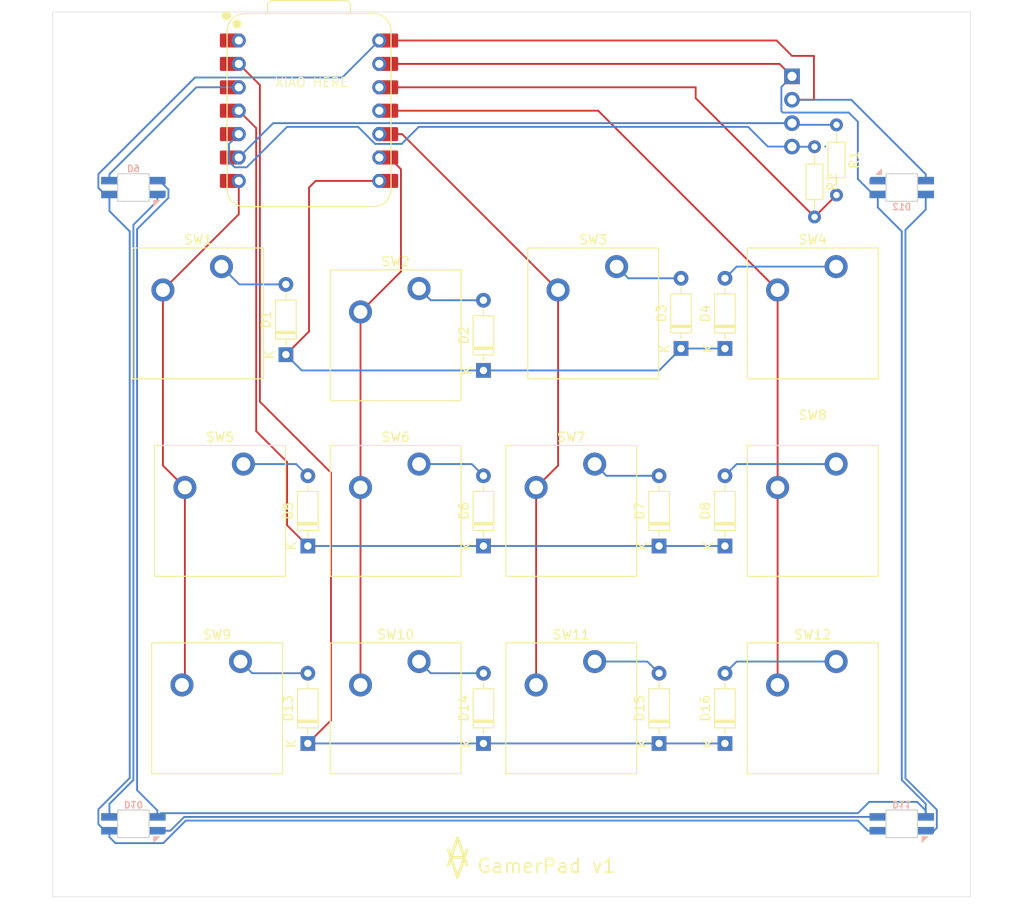
<source format=kicad_pcb>
(kicad_pcb (version 20240108) (generator "pcbnew") (generator_version "8.0")
  (layers (0 "F.Cu" signal) (31 "B.Cu" signal) (34 "B.Paste" user) (35 "F.Paste" user) (36 "B.SilkS" user "B.Silkscreen") (37 "F.SilkS" user "F.Silkscreen") (38 "B.Mask" user) (39 "F.Mask" user) (44 "Edge.Cuts" user))
  (net 0 "")
  (net 1 "Net-(D1-A)")
  (net 2 "Row0")
  (net 3 "Net-(D2-A)")
  (net 4 "Net-(D3-A)")
  (net 5 "Net-(D4-A)")
  (net 6 "Row1")
  (net 7 "Net-(D5-A)")
  (net 8 "Net-(D6-A)")
  (net 9 "Net-(D7-A)")
  (net 10 "Net-(D8-A)")
  (net 11 "RGBLEDs")
  (net 12 "GND")
  (net 13 "+5V")
  (net 14 "Net-(D10-DIN)")
  (net 15 "Net-(D10-DOUT)")
  (net 16 "Net-(D11-DOUT)")
  (net 17 "SCL")
  (net 18 "SDA")
  (net 19 "+3V3")
  (net 20 "Col0")
  (net 21 "Col1")
  (net 22 "Col2")
  (net 23 "Col3")
  (net 25 "Row2")
  (net 27 "Net-(D13-A)")
  (net 28 "Net-(D14-A)")
  (net 29 "Net-(D15-A)")
  (net 30 "Net-(D16-A)")
  (footprint "Diode_THT:D_DO-35_SOD27_P7.62mm_Horizontal" (layer "F.Cu") (at 80.83125 72.24125 90)
    (property "Reference" "D7" (at 3.81 -2.12 90) (layer "F.SilkS"))
    (property "Value" "D")
    (fp_text user "K" (at 0 -1.8 90) (layer "F.SilkS"))
    (pad "1" thru_hole rect (at 0 0 90) (size 1.6 1.6) (drill 0.8) (layers "*.Cu" "*.Mask") (net 6 "Row1"))
    (pad "2" thru_hole oval (at 7.62 0 90) (size 1.6 1.6) (drill 0.8) (layers "*.Cu" "*.Mask") (net 9 "Net-(D7-A)"))
  )
  (footprint "ScottoKeebs_MX:MX_PCB_1.00u" (layer "F.Cu") (at 52.25625 89.8625)
    (property "Reference" "SW10" (at 0 -8 0) (layer "F.SilkS"))
    (property "Value" "SW_Push_45deg")
    (pad "" np_thru_hole circle (at -5.08 0) (size 1.75 1.75) (drill 1.75) (layers "*.Cu" "*.Mask"))
    (pad "" np_thru_hole circle (at 0 0) (size 4 4) (drill 4) (layers "*.Cu" "*.Mask"))
    (pad "" np_thru_hole circle (at 5.08 0) (size 1.75 1.75) (drill 1.75) (layers "*.Cu" "*.Mask"))
    (pad "1" thru_hole circle (at -3.81 -2.54) (size 2.5 2.5) (drill 1.5) (layers "*.Cu" "*.Mask") (net 21 "Col1"))
    (pad "2" thru_hole circle (at 2.54 -5.08) (size 2.5 2.5) (drill 1.5) (layers "*.Cu" "*.Mask") (net 28 "Net-(D14-A)"))
  )
  (footprint "Diode_THT:D_DO-35_SOD27_P7.62mm_Horizontal" (layer "F.Cu") (at 40.35 51.4725 90)
    (property "Reference" "D1" (at 3.81 -2.12 90) (layer "F.SilkS"))
    (property "Value" "D")
    (fp_text user "K" (at 0 -1.8 90) (layer "F.SilkS"))
    (pad "1" thru_hole rect (at 0 0 90) (size 1.6 1.6) (drill 0.8) (layers "*.Cu" "*.Mask") (net 2 "Row0"))
    (pad "2" thru_hole oval (at 7.62 0 90) (size 1.6 1.6) (drill 0.8) (layers "*.Cu" "*.Mask") (net 1 "Net-(D1-A)"))
  )
  (footprint "MountingHole:MountingHole_3.2mm_M3" (layer "F.Cu") (at 18.856007 106.600594)
    (property "Reference" "REF**" (hide yes))
    (property "Value" "MountingHole_3.2mm_M3")
    (pad "" np_thru_hole circle (at 0 0) (size 3.2 3.2) (drill 3.2) (layers "*.Cu" "*.Mask"))
  )
  (footprint "ScottoKeebs_MX:MX_PCB_1.00u" (layer "F.Cu") (at 71.30625 89.8625)
    (property "Reference" "SW11" (at 0 -8 0) (layer "F.SilkS"))
    (property "Value" "SW_Push_45deg")
    (pad "" np_thru_hole circle (at -5.08 0) (size 1.75 1.75) (drill 1.75) (layers "*.Cu" "*.Mask"))
    (pad "" np_thru_hole circle (at 0 0) (size 4 4) (drill 4) (layers "*.Cu" "*.Mask"))
    (pad "" np_thru_hole circle (at 5.08 0) (size 1.75 1.75) (drill 1.75) (layers "*.Cu" "*.Mask"))
    (pad "1" thru_hole circle (at -3.81 -2.54) (size 2.5 2.5) (drill 1.5) (layers "*.Cu" "*.Mask") (net 22 "Col2"))
    (pad "2" thru_hole circle (at 2.54 -5.08) (size 2.5 2.5) (drill 1.5) (layers "*.Cu" "*.Mask") (net 29 "Net-(D15-A)"))
  )
  (footprint "Diode_THT:D_DO-35_SOD27_P7.62mm_Horizontal" (layer "F.Cu") (at 61.78125 72.24125 90)
    (property "Reference" "D6" (at 3.81 -2.12 90) (layer "F.SilkS"))
    (property "Value" "D")
    (fp_text user "K" (at 0 -1.8 90) (layer "F.SilkS"))
    (pad "1" thru_hole rect (at 0 0 90) (size 1.6 1.6) (drill 0.8) (layers "*.Cu" "*.Mask") (net 6 "Row1"))
    (pad "2" thru_hole oval (at 7.62 0 90) (size 1.6 1.6) (drill 0.8) (layers "*.Cu" "*.Mask") (net 8 "Net-(D6-A)"))
  )
  (footprint "MountingHole:MountingHole_3.2mm_M3" (layer "F.Cu") (at 110.934607 106.633491)
    (property "Reference" "REF**" (hide yes))
    (property "Value" "MountingHole_3.2mm_M3")
    (pad "" np_thru_hole circle (at 0 0) (size 3.2 3.2) (drill 3.2) (layers "*.Cu" "*.Mask"))
  )
  (footprint "MountingHole:MountingHole_3.2mm_M3" (layer "F.Cu") (at 110.813092 17.991529)
    (property "Reference" "REF**" (hide yes))
    (property "Value" "MountingHole_3.2mm_M3")
    (pad "" np_thru_hole circle (at 0 0) (size 3.2 3.2) (drill 3.2) (layers "*.Cu" "*.Mask"))
  )
  (footprint "ScottoKeebs_MX:MX_PCB_1.00u" (layer "F.Cu") (at 97.5 89.8625)
    (property "Reference" "SW12" (at 0 -8 0) (layer "F.SilkS"))
    (property "Value" "SW_Push_45deg")
    (pad "" np_thru_hole circle (at -5.08 0) (size 1.75 1.75) (drill 1.75) (layers "*.Cu" "*.Mask"))
    (pad "" np_thru_hole circle (at 0 0) (size 4 4) (drill 4) (layers "*.Cu" "*.Mask"))
    (pad "" np_thru_hole circle (at 5.08 0) (size 1.75 1.75) (drill 1.75) (layers "*.Cu" "*.Mask"))
    (pad "1" thru_hole circle (at -3.81 -2.54) (size 2.5 2.5) (drill 1.5) (layers "*.Cu" "*.Mask") (net 23 "Col3"))
    (pad "2" thru_hole circle (at 2.54 -5.08) (size 2.5 2.5) (drill 1.5) (layers "*.Cu" "*.Mask") (net 30 "Net-(D16-A)"))
  )
  (footprint "ScottoKeebs_MX:MX_PCB_1.00u" (layer "F.Cu") (at 73.6875 47)
    (property "Reference" "SW3" (at 0 -8 0) (layer "F.SilkS"))
    (property "Value" "SW_Push_45deg")
    (pad "" np_thru_hole circle (at -5.08 0) (size 1.75 1.75) (drill 1.75) (layers "*.Cu" "*.Mask"))
    (pad "" np_thru_hole circle (at 0 0) (size 4 4) (drill 4) (layers "*.Cu" "*.Mask"))
    (pad "" np_thru_hole circle (at 5.08 0) (size 1.75 1.75) (drill 1.75) (layers "*.Cu" "*.Mask"))
    (pad "1" thru_hole circle (at -3.81 -2.54) (size 2.5 2.5) (drill 1.5) (layers "*.Cu" "*.Mask") (net 22 "Col2"))
    (pad "2" thru_hole circle (at 2.54 -5.08) (size 2.5 2.5) (drill 1.5) (layers "*.Cu" "*.Mask") (net 4 "Net-(D3-A)"))
  )
  (footprint "Diode_THT:D_DO-35_SOD27_P7.62mm_Horizontal" (layer "F.Cu") (at 61.78125 93.6725 90)
    (property "Reference" "D14" (at 3.81 -2.12 90) (layer "F.SilkS"))
    (property "Value" "D")
    (fp_text user "K" (at 0 -1.8 90) (layer "F.SilkS"))
    (pad "1" thru_hole rect (at 0 0 90) (size 1.6 1.6) (drill 0.8) (layers "*.Cu" "*.Mask") (net 25 "Row2"))
    (pad "2" thru_hole oval (at 7.62 0 90) (size 1.6 1.6) (drill 0.8) (layers "*.Cu" "*.Mask") (net 28 "Net-(D14-A)"))
  )
  (footprint "Seeed Studio XIAO Series Library:XIAO-RP2040-DIP" (layer "F.Cu") (at 42.8625 25)
    (property "Reference" "U1" (hide yes))
    (property "Value" "XIAO-RP2040-DIP")
    (pad "1" smd roundrect (at -8.455 -7.62 180) (size 2.432 1.524) (layers "F.Cu" "F.Mask") (roundrect_rratio 0.1))
    (pad "1" thru_hole circle (at -7.62 -7.62 180) (size 1.524 1.524) (drill 0.889) (layers "*.Cu" "*.Mask"))
    (pad "2" smd roundrect (at -8.455 -5.08 180) (size 2.432 1.524) (layers "F.Cu" "F.Mask") (roundrect_rratio 0.1) (net 25 "Row2"))
    (pad "2" thru_hole circle (at -7.62 -5.08 180) (size 1.524 1.524) (drill 0.889) (layers "*.Cu" "*.Mask") (net 25 "Row2"))
    (pad "3" smd roundrect (at -8.455 -2.54 180) (size 2.432 1.524) (layers "F.Cu" "F.Mask") (roundrect_rratio 0.1) (net 11 "RGBLEDs"))
    (pad "3" thru_hole circle (at -7.62 -2.54 180) (size 1.524 1.524) (drill 0.889) (layers "*.Cu" "*.Mask") (net 11 "RGBLEDs"))
    (pad "4" smd roundrect (at -8.455 0 180) (size 2.432 1.524) (layers "F.Cu" "F.Mask") (roundrect_rratio 0.1) (net 6 "Row1"))
    (pad "4" thru_hole circle (at -7.62 0 180) (size 1.524 1.524) (drill 0.889) (layers "*.Cu" "*.Mask") (net 6 "Row1"))
    (pad "5" smd roundrect (at -8.455 2.54 180) (size 2.432 1.524) (layers "F.Cu" "F.Mask") (roundrect_rratio 0.1) (net 18 "SDA"))
    (pad "5" thru_hole circle (at -7.62 2.54 180) (size 1.524 1.524) (drill 0.889) (layers "*.Cu" "*.Mask") (net 18 "SDA"))
    (pad "6" smd roundrect (at -8.455 5.08 180) (size 2.432 1.524) (layers "F.Cu" "F.Mask") (roundrect_rratio 0.1) (net 17 "SCL"))
    (pad "6" thru_hole circle (at -7.62 5.08 180) (size 1.524 1.524) (drill 0.889) (layers "*.Cu" "*.Mask") (net 17 "SCL"))
    (pad "7" smd roundrect (at -8.455 7.62 180) (size 2.432 1.524) (layers "F.Cu" "F.Mask") (roundrect_rratio 0.1) (net 20 "Col0"))
    (pad "7" thru_hole circle (at -7.62 7.62 180) (size 1.524 1.524) (drill 0.889) (layers "*.Cu" "*.Mask") (net 20 "Col0"))
    (pad "8" thru_hole circle (at 7.62 7.62) (size 1.524 1.524) (drill 0.889) (layers "*.Cu" "*.Mask") (net 2 "Row0"))
    (pad "8" smd roundrect (at 8.455 7.62) (size 2.432 1.524) (layers "F.Cu" "F.Mask") (roundrect_rratio 0.1) (net 2 "Row0"))
    (pad "9" thru_hole circle (at 7.62 5.08) (size 1.524 1.524) (drill 0.889) (layers "*.Cu" "*.Mask") (net 21 "Col1"))
    (pad "9" smd roundrect (at 8.455 5.08) (size 2.432 1.524) (layers "F.Cu" "F.Mask") (roundrect_rratio 0.1) (net 21 "Col1"))
    (pad "10" thru_hole circle (at 7.62 2.54) (size 1.524 1.524) (drill 0.889) (layers "*.Cu" "*.Mask") (net 22 "Col2"))
    (pad "10" smd roundrect (at 8.455 2.54) (size 2.432 1.524) (layers "F.Cu" "F.Mask") (roundrect_rratio 0.1) (net 22 "Col2"))
    (pad "11" thru_hole circle (at 7.62 0) (size 1.524 1.524) (drill 0.889) (layers "*.Cu" "*.Mask") (net 23 "Col3"))
    (pad "11" smd roundrect (at 8.455 0) (size 2.432 1.524) (layers "F.Cu" "F.Mask") (roundrect_rratio 0.1) (net 23 "Col3"))
    (pad "12" thru_hole circle (at 7.62 -2.54) (size 1.524 1.524) (drill 0.889) (layers "*.Cu" "*.Mask") (net 19 "+3V3"))
    (pad "12" smd roundrect (at 8.455 -2.54) (size 2.432 1.524) (layers "F.Cu" "F.Mask") (roundrect_rratio 0.1) (net 19 "+3V3"))
    (pad "13" thru_hole circle (at 7.62 -5.08) (size 1.524 1.524) (drill 0.889) (layers "*.Cu" "*.Mask") (net 12 "GND"))
    (pad "13" smd roundrect (at 8.455 -5.08) (size 2.432 1.524) (layers "F.Cu" "F.Mask") (roundrect_rratio 0.1) (net 12 "GND"))
    (pad "14" thru_hole circle (at 7.62 -7.62) (size 1.524 1.524) (drill 0.889) (layers "*.Cu" "*.Mask") (net 13 "+5V"))
    (pad "14" smd roundrect (at 8.455 -7.62) (size 2.432 1.524) (layers "F.Cu" "F.Mask") (roundrect_rratio 0.1) (net 13 "+5V"))
  )
  (footprint "ScottoKeebs_MX:MX_PCB_1.00u" (layer "F.Cu") (at 71.30625 68.43125)
    (property "Reference" "SW7" (at 0 -8 0) (layer "F.SilkS"))
    (property "Value" "SW_Push_45deg")
    (pad "" np_thru_hole circle (at -5.08 0) (size 1.75 1.75) (drill 1.75) (layers "*.Cu" "*.Mask"))
    (pad "" np_thru_hole circle (at 0 0) (size 4 4) (drill 4) (layers "*.Cu" "*.Mask"))
    (pad "" np_thru_hole circle (at 5.08 0) (size 1.75 1.75) (drill 1.75) (layers "*.Cu" "*.Mask"))
    (pad "1" thru_hole circle (at -3.81 -2.54) (size 2.5 2.5) (drill 1.5) (layers "*.Cu" "*.Mask") (net 22 "Col2"))
    (pad "2" thru_hole circle (at 2.54 -5.08) (size 2.5 2.5) (drill 1.5) (layers "*.Cu" "*.Mask") (net 9 "Net-(D7-A)"))
  )
  (footprint "ScottoKeebs_Components:OLED_128x32" (layer "F.Cu") (at 96.85 31.0725 180)
    (property "Reference" "J1" (hide yes))
    (property "Value" "OLED_128x32")
    (pad "1" thru_hole rect (at 1.6 9.8) (size 1.7 1.7) (drill 1) (layers "*.Cu" "*.Mask") (net 12 "GND"))
    (pad "2" thru_hole oval (at 1.6 7.26) (size 1.7 1.7) (drill 1) (layers "*.Cu" "*.Mask") (net 13 "+5V"))
    (pad "3" thru_hole oval (at 1.6 4.72) (size 1.7 1.7) (drill 1) (layers "*.Cu" "*.Mask") (net 17 "SCL"))
    (pad "4" thru_hole oval (at 1.6 2.18) (size 1.7 1.7) (drill 1) (layers "*.Cu" "*.Mask") (net 18 "SDA"))
  )
  (footprint "Diode_THT:D_DO-35_SOD27_P7.62mm_Horizontal" (layer "F.Cu") (at 61.78125 53.19125 90)
    (property "Reference" "D2" (at 3.81 -2.12 90) (layer "F.SilkS"))
    (property "Value" "D")
    (fp_text user "K" (at 0 -1.8 90) (layer "F.SilkS"))
    (pad "1" thru_hole rect (at 0 0 90) (size 1.6 1.6) (drill 0.8) (layers "*.Cu" "*.Mask") (net 2 "Row0"))
    (pad "2" thru_hole oval (at 7.62 0 90) (size 1.6 1.6) (drill 0.8) (layers "*.Cu" "*.Mask") (net 3 "Net-(D2-A)"))
  )
  (footprint "Resistor_THT:R_Axial_DIN0204_L3.6mm_D1.6mm_P7.62mm_Horizontal" (layer "F.Cu") (at 97.692623 28.910367 -90)
    (property "Reference" "R2" (at 3.81 -1.92 90) (layer "F.SilkS"))
    (property "Value" "4K7")
    (pad "1" thru_hole circle (at 0 0 270) (size 1.4 1.4) (drill 0.7) (layers "*.Cu" "*.Mask") (net 18 "SDA"))
    (pad "2" thru_hole oval (at 7.62 0 270) (size 1.4 1.4) (drill 0.7) (layers "*.Cu" "*.Mask") (net 19 "+3V3"))
  )
  (footprint "Diode_THT:D_DO-35_SOD27_P7.62mm_Horizontal" (layer "F.Cu") (at 87.975 72.24125 90)
    (property "Reference" "D8" (at 3.81 -2.12 90) (layer "F.SilkS"))
    (property "Value" "D")
    (fp_text user "K" (at 0 -1.8 90) (layer "F.SilkS"))
    (pad "1" thru_hole rect (at 0 0 90) (size 1.6 1.6) (drill 0.8) (layers "*.Cu" "*.Mask") (net 6 "Row1"))
    (pad "2" thru_hole oval (at 7.62 0 90) (size 1.6 1.6) (drill 0.8) (layers "*.Cu" "*.Mask") (net 10 "Net-(D8-A)"))
  )
  (footprint "Diode_THT:D_DO-35_SOD27_P7.62mm_Horizontal" (layer "F.Cu") (at 42.73125 93.6725 90)
    (property "Reference" "D13" (at 3.81 -2.12 90) (layer "F.SilkS"))
    (property "Value" "D")
    (fp_text user "K" (at 0 -1.8 90) (layer "F.SilkS"))
    (pad "1" thru_hole rect (at 0 0 90) (size 1.6 1.6) (drill 0.8) (layers "*.Cu" "*.Mask") (net 25 "Row2"))
    (pad "2" thru_hole oval (at 7.62 0 90) (size 1.6 1.6) (drill 0.8) (layers "*.Cu" "*.Mask") (net 27 "Net-(D13-A)"))
  )
  (footprint "Diode_THT:D_DO-35_SOD27_P7.62mm_Horizontal" (layer "F.Cu") (at 83.2125 50.81 90)
    (property "Reference" "D3" (at 3.81 -2.12 90) (layer "F.SilkS"))
    (property "Value" "D")
    (fp_text user "K" (at 0 -1.8 90) (layer "F.SilkS"))
    (pad "1" thru_hole rect (at 0 0 90) (size 1.6 1.6) (drill 0.8) (layers "*.Cu" "*.Mask") (net 2 "Row0"))
    (pad "2" thru_hole oval (at 7.62 0 90) (size 1.6 1.6) (drill 0.8) (layers "*.Cu" "*.Mask") (net 4 "Net-(D3-A)"))
  )
  (footprint "Diode_THT:D_DO-35_SOD27_P7.62mm_Horizontal" (layer "F.Cu") (at 87.975 93.6725 90)
    (property "Reference" "D16" (at 3.81 -2.12 90) (layer "F.SilkS"))
    (property "Value" "D")
    (fp_text user "K" (at 0 -1.8 90) (layer "F.SilkS"))
    (pad "1" thru_hole rect (at 0 0 90) (size 1.6 1.6) (drill 0.8) (layers "*.Cu" "*.Mask") (net 25 "Row2"))
    (pad "2" thru_hole oval (at 7.62 0 90) (size 1.6 1.6) (drill 0.8) (layers "*.Cu" "*.Mask") (net 30 "Net-(D16-A)"))
  )
  (footprint "ScottoKeebs_MX:MX_PCB_1.00u" (layer "F.Cu") (at 30.825 47)
    (property "Reference" "SW1" (at 0 -8 0) (layer "F.SilkS"))
    (property "Value" "SW_Push_45deg")
    (pad "" np_thru_hole circle (at -5.08 0) (size 1.75 1.75) (drill 1.75) (layers "*.Cu" "*.Mask"))
    (pad "" np_thru_hole circle (at 0 0) (size 4 4) (drill 4) (layers "*.Cu" "*.Mask"))
    (pad "" np_thru_hole circle (at 5.08 0) (size 1.75 1.75) (drill 1.75) (layers "*.Cu" "*.Mask"))
    (pad "1" thru_hole circle (at -3.81 -2.54) (size 2.5 2.5) (drill 1.5) (layers "*.Cu" "*.Mask") (net 20 "Col0"))
    (pad "2" thru_hole circle (at 2.54 -5.08) (size 2.5 2.5) (drill 1.5) (layers "*.Cu" "*.Mask") (net 1 "Net-(D1-A)"))
  )
  (footprint "Diode_THT:D_DO-35_SOD27_P7.62mm_Horizontal" (layer "F.Cu") (at 80.83125 93.6725 90)
    (property "Reference" "D15" (at 3.81 -2.12 90) (layer "F.SilkS"))
    (property "Value" "D")
    (fp_text user "K" (at 0 -1.8 90) (layer "F.SilkS"))
    (pad "1" thru_hole rect (at 0 0 90) (size 1.6 1.6) (drill 0.8) (layers "*.Cu" "*.Mask") (net 25 "Row2"))
    (pad "2" thru_hole oval (at 7.62 0 90) (size 1.6 1.6) (drill 0.8) (layers "*.Cu" "*.Mask") (net 29 "Net-(D15-A)"))
  )
  (footprint "ScottoKeebs_MX:MX_PCB_1.00u" (layer "F.Cu") (at 97.5 47)
    (property "Reference" "SW4" (at 0 -8 0) (layer "F.SilkS"))
    (property "Value" "SW_Push_45deg")
    (pad "" np_thru_hole circle (at -5.08 0) (size 1.75 1.75) (drill 1.75) (layers "*.Cu" "*.Mask"))
    (pad "" np_thru_hole circle (at 0 0) (size 4 4) (drill 4) (layers "*.Cu" "*.Mask"))
    (pad "" np_thru_hole circle (at 5.08 0) (size 1.75 1.75) (drill 1.75) (layers "*.Cu" "*.Mask"))
    (pad "1" thru_hole circle (at -3.81 -2.54) (size 2.5 2.5) (drill 1.5) (layers "*.Cu" "*.Mask") (net 23 "Col3"))
    (pad "2" thru_hole circle (at 2.54 -5.08) (size 2.5 2.5) (drill 1.5) (layers "*.Cu" "*.Mask") (net 5 "Net-(D4-A)"))
  )
  (footprint "Diode_THT:D_DO-35_SOD27_P7.62mm_Horizontal" (layer "F.Cu") (at 87.975 50.81 90)
    (property "Reference" "D4" (at 3.81 -2.12 90) (layer "F.SilkS"))
    (property "Value" "D")
    (fp_text user "K" (at 0 -1.8 90) (layer "F.SilkS"))
    (pad "1" thru_hole rect (at 0 0 90) (size 1.6 1.6) (drill 0.8) (layers "*.Cu" "*.Mask") (net 2 "Row0"))
    (pad "2" thru_hole oval (at 7.62 0 90) (size 1.6 1.6) (drill 0.8) (layers "*.Cu" "*.Mask") (net 5 "Net-(D4-A)"))
  )
  (footprint "ScottoKeebs_MX:MX_PCB_1.00u" (layer "F.Cu") (at 97.5 68.43125)
    (property "Reference" "SW8" (at 0 -10.38125 0) (layer "F.SilkS"))
    (property "Value" "SW_Push_45deg")
    (pad "" np_thru_hole circle (at -5.08 0) (size 1.75 1.75) (drill 1.75) (layers "*.Cu" "*.Mask"))
    (pad "" np_thru_hole circle (at 0 0) (size 4 4) (drill 4) (layers "*.Cu" "*.Mask"))
    (pad "" np_thru_hole circle (at 5.08 0) (size 1.75 1.75) (drill 1.75) (layers "*.Cu" "*.Mask"))
    (pad "1" thru_hole circle (at -3.81 -2.54) (size 2.5 2.5) (drill 1.5) (layers "*.Cu" "*.Mask") (net 23 "Col3"))
    (pad "2" thru_hole circle (at 2.54 -5.08) (size 2.5 2.5) (drill 1.5) (layers "*.Cu" "*.Mask") (net 10 "Net-(D8-A)"))
  )
  (footprint "Diode_THT:D_DO-35_SOD27_P7.62mm_Horizontal" (layer "F.Cu") (at 42.73125 72.24125 90)
    (property "Reference" "D5" (at 3.81 -2.12 90) (layer "F.SilkS"))
    (property "Value" "D")
    (fp_text user "K" (at 0 -1.8 90) (layer "F.SilkS"))
    (pad "1" thru_hole rect (at 0 0 90) (size 1.6 1.6) (drill 0.8) (layers "*.Cu" "*.Mask") (net 6 "Row1"))
    (pad "2" thru_hole oval (at 7.62 0 90) (size 1.6 1.6) (drill 0.8) (layers "*.Cu" "*.Mask") (net 7 "Net-(D5-A)"))
  )
  (footprint "MountingHole:MountingHole_3.2mm_M3" (layer "F.Cu") (at 18.823831 17.983819)
    (property "Reference" "REF**" (hide yes))
    (property "Value" "MountingHole_3.2mm_M3")
    (pad "" np_thru_hole circle (at 0 0) (size 3.2 3.2) (drill 3.2) (layers "*.Cu" "*.Mask"))
  )
  (footprint "ScottoKeebs_MX:MX_PCB_1.00u" (layer "F.Cu") (at 33.20625 68.43125)
    (property "Reference" "SW5" (at 0 -8 0) (layer "F.SilkS"))
    (property "Value" "SW_Push_45deg")
    (pad "" np_thru_hole circle (at -5.08 0) (size 1.75 1.75) (drill 1.75) (layers "*.Cu" "*.Mask"))
    (pad "" np_thru_hole circle (at 0 0) (size 4 4) (drill 4) (layers "*.Cu" "*.Mask"))
    (pad "" np_thru_hole circle (at 5.08 0) (size 1.75 1.75) (drill 1.75) (layers "*.Cu" "*.Mask"))
    (pad "1" thru_hole circle (at -3.81 -2.54) (size 2.5 2.5) (drill 1.5) (layers "*.Cu" "*.Mask") (net 20 "Col0"))
    (pad "2" thru_hole circle (at 2.54 -5.08) (size 2.5 2.5) (drill 1.5) (layers "*.Cu" "*.Mask") (net 7 "Net-(D5-A)"))
  )
  (footprint "Resistor_THT:R_Axial_DIN0204_L3.6mm_D1.6mm_P7.62mm_Horizontal" (layer "F.Cu") (at 100.073873 26.529117 -90)
    (property "Reference" "R1" (at 3.81 -1.92 90) (layer "F.SilkS"))
    (property "Value" "4K7")
    (pad "1" thru_hole circle (at 0 0 270) (size 1.4 1.4) (drill 0.7) (layers "*.Cu" "*.Mask") (net 17 "SCL"))
    (pad "2" thru_hole oval (at 7.62 0 270) (size 1.4 1.4) (drill 0.7) (layers "*.Cu" "*.Mask") (net 19 "+3V3"))
  )
  (footprint "ScottoKeebs_MX:MX_PCB_1.00u" (layer "F.Cu") (at 32.88875 89.8625)
    (property "Reference" "SW9" (at 0 -8 0) (layer "F.SilkS"))
    (property "Value" "SW_Push_45deg")
    (pad "" np_thru_hole circle (at -5.08 0) (size 1.75 1.75) (drill 1.75) (layers "*.Cu" "*.Mask"))
    (pad "" np_thru_hole circle (at 0 0) (size 4 4) (drill 4) (layers "*.Cu" "*.Mask"))
    (pad "" np_thru_hole circle (at 5.08 0) (size 1.75 1.75) (drill 1.75) (layers "*.Cu" "*.Mask"))
    (pad "1" thru_hole circle (at -3.81 -2.54) (size 2.5 2.5) (drill 1.5) (layers "*.Cu" "*.Mask") (net 20 "Col0"))
    (pad "2" thru_hole circle (at 2.54 -5.08) (size 2.5 2.5) (drill 1.5) (layers "*.Cu" "*.Mask") (net 27 "Net-(D13-A)"))
  )
  (footprint "ScottoKeebs_MX:MX_PCB_1.00u" (layer "F.Cu") (at 52.25625 49.38125)
    (property "Reference" "SW2" (at 0 -8 0) (layer "F.SilkS"))
    (property "Value" "SW_Push_45deg")
    (pad "" np_thru_hole circle (at -5.08 0) (size 1.75 1.75) (drill 1.75) (layers "*.Cu" "*.Mask"))
    (pad "" np_thru_hole circle (at 0 0) (size 4 4) (drill 4) (layers "*.Cu" "*.Mask"))
    (pad "" np_thru_hole circle (at 5.08 0) (size 1.75 1.75) (drill 1.75) (layers "*.Cu" "*.Mask"))
    (pad "1" thru_hole circle (at -3.81 -2.54) (size 2.5 2.5) (drill 1.5) (layers "*.Cu" "*.Mask") (net 21 "Col1"))
    (pad "2" thru_hole circle (at 2.54 -5.08) (size 2.5 2.5) (drill 1.5) (layers "*.Cu" "*.Mask") (net 3 "Net-(D2-A)"))
  )
  (footprint "ScottoKeebs_MX:MX_PCB_1.00u" (layer "F.Cu") (at 52.25625 68.43125)
    (property "Reference" "SW6" (at 0 -8 0) (layer "F.SilkS"))
    (property "Value" "SW_Push_45deg")
    (pad "" np_thru_hole circle (at -5.08 0) (size 1.75 1.75) (drill 1.75) (layers "*.Cu" "*.Mask"))
    (pad "" np_thru_hole circle (at 0 0) (size 4 4) (drill 4) (layers "*.Cu" "*.Mask"))
    (pad "" np_thru_hole circle (at 5.08 0) (size 1.75 1.75) (drill 1.75) (layers "*.Cu" "*.Mask"))
    (pad "1" thru_hole circle (at -3.81 -2.54) (size 2.5 2.5) (drill 1.5) (layers "*.Cu" "*.Mask") (net 21 "Col1"))
    (pad "2" thru_hole circle (at 2.54 -5.08) (size 2.5 2.5) (drill 1.5) (layers "*.Cu" "*.Mask") (net 8 "Net-(D6-A)"))
  )
  (footprint "neopixel:SK6812MINI-E" (layer "B.Cu") (at 23.8125 102.39375)
    (property "Reference" "D10" (at 0 -2.1 180) (layer "B.SilkS") (effects (font (size 0.7 0.7)) (justify mirror)))
    (property "Value" "LED_SK6812MINI" (hide yes))
    (fp_line (start -1.7 -1.5) (end 1.7 -1.5) (stroke (width 0.12)) (layer "Edge.Cuts"))
    (fp_line (start -1.7 1.5) (end -1.7 -1.5) (stroke (width 0.12)) (layer "Edge.Cuts"))
    (fp_line (start 1.7 -1.5) (end 1.7 1.5) (stroke (width 0.12)) (layer "Edge.Cuts"))
    (fp_line (start 1.7 1.5) (end -1.7 1.5) (stroke (width 0.12)) (layer "Edge.Cuts"))
    (pad "1" smd rect (at -2.6 0.75) (size 1.8 0.82) (layers "B.Cu" "B.Paste" "B.Mask") (net 13 "+5V"))
    (pad "2" smd roundrect (at 2.6 0.75) (size 1.8 0.82) (layers "B.Cu" "B.Paste" "B.Mask") (roundrect_rratio 0) (chamfer_ratio 0.2) (chamfer bottom_right) (net 15 "Net-(D10-DOUT)"))
    (pad "3" smd rect (at 2.6 -0.75) (size 1.8 0.82) (layers "B.Cu" "B.Paste" "B.Mask") (net 12 "GND"))
    (pad "4" smd rect (at -2.6 -0.75) (size 1.8 0.82) (layers "B.Cu" "B.Paste" "B.Mask") (net 14 "Net-(D10-DIN)"))
  )
  (footprint "neopixel:SK6812MINI-E" (layer "B.Cu") (at 107.15625 102.39375)
    (property "Reference" "D11" (at 0 -2.1 180) (layer "B.SilkS") (effects (font (size 0.7 0.7)) (justify mirror)))
    (property "Value" "LED_SK6812MINI" (hide yes))
    (fp_line (start -1.7 -1.5) (end 1.7 -1.5) (stroke (width 0.12)) (layer "Edge.Cuts"))
    (fp_line (start -1.7 1.5) (end -1.7 -1.5) (stroke (width 0.12)) (layer "Edge.Cuts"))
    (fp_line (start 1.7 -1.5) (end 1.7 1.5) (stroke (width 0.12)) (layer "Edge.Cuts"))
    (fp_line (start 1.7 1.5) (end -1.7 1.5) (stroke (width 0.12)) (layer "Edge.Cuts"))
    (pad "1" smd rect (at -2.6 0.75) (size 1.8 0.82) (layers "B.Cu" "B.Paste" "B.Mask") (net 13 "+5V"))
    (pad "2" smd roundrect (at 2.6 0.75) (size 1.8 0.82) (layers "B.Cu" "B.Paste" "B.Mask") (roundrect_rratio 0) (chamfer_ratio 0.2) (chamfer bottom_right) (net 16 "Net-(D11-DOUT)"))
    (pad "3" smd rect (at 2.6 -0.75) (size 1.8 0.82) (layers "B.Cu" "B.Paste" "B.Mask") (net 12 "GND"))
    (pad "4" smd rect (at -2.6 -0.75) (size 1.8 0.82) (layers "B.Cu" "B.Paste" "B.Mask") (net 15 "Net-(D10-DOUT)"))
  )
  (footprint "neopixel:SK6812MINI-E" (layer "B.Cu") (at 107.15625 33.3375 180)
    (property "Reference" "D12" (at 0 -2.1 0) (layer "B.SilkS") (effects (font (size 0.7 0.7)) (justify mirror)))
    (property "Value" "LED_SK6812MINI" (hide yes))
    (fp_line (start 1.7 1.5) (end -1.7 1.5) (stroke (width 0.12)) (layer "Edge.Cuts"))
    (fp_line (start 1.7 -1.5) (end 1.7 1.5) (stroke (width 0.12)) (layer "Edge.Cuts"))
    (fp_line (start -1.7 1.5) (end -1.7 -1.5) (stroke (width 0.12)) (layer "Edge.Cuts"))
    (fp_line (start -1.7 -1.5) (end 1.7 -1.5) (stroke (width 0.12)) (layer "Edge.Cuts"))
    (pad "1" smd rect (at -2.6 0.75 180) (size 1.8 0.82) (layers "B.Cu" "B.Paste" "B.Mask") (net 13 "+5V"))
    (pad "2" smd roundrect (at 2.6 0.75 180) (size 1.8 0.82) (layers "B.Cu" "B.Paste" "B.Mask") (roundrect_rratio 0) (chamfer_ratio 0.2) (chamfer bottom_right))
    (pad "3" smd rect (at 2.6 -0.75 180) (size 1.8 0.82) (layers "B.Cu" "B.Paste" "B.Mask") (net 12 "GND"))
    (pad "4" smd rect (at -2.6 -0.75 180) (size 1.8 0.82) (layers "B.Cu" "B.Paste" "B.Mask") (net 16 "Net-(D11-DOUT)"))
  )
  (footprint "neopixel:SK6812MINI-E" (layer "B.Cu") (at 23.8125 33.3375)
    (property "Reference" "D9" (at 0 -2.1 180) (layer "B.SilkS") (effects (font (size 0.7 0.7)) (justify mirror)))
    (property "Value" "LED_SK6812MINI" (hide yes))
    (fp_line (start -1.7 -1.5) (end 1.7 -1.5) (stroke (width 0.12)) (layer "Edge.Cuts"))
    (fp_line (start -1.7 1.5) (end -1.7 -1.5) (stroke (width 0.12)) (layer "Edge.Cuts"))
    (fp_line (start 1.7 -1.5) (end 1.7 1.5) (stroke (width 0.12)) (layer "Edge.Cuts"))
    (fp_line (start 1.7 1.5) (end -1.7 1.5) (stroke (width 0.12)) (layer "Edge.Cuts"))
    (pad "1" smd rect (at -2.6 0.75) (size 1.8 0.82) (layers "B.Cu" "B.Paste" "B.Mask") (net 13 "+5V"))
    (pad "2" smd roundrect (at 2.6 0.75) (size 1.8 0.82) (layers "B.Cu" "B.Paste" "B.Mask") (roundrect_rratio 0) (chamfer_ratio 0.2) (chamfer bottom_right) (net 14 "Net-(D10-DIN)"))
    (pad "3" smd rect (at 2.6 -0.75) (size 1.8 0.82) (layers "B.Cu" "B.Paste" "B.Mask") (net 12 "GND"))
    (pad "4" smd rect (at -2.6 -0.75) (size 1.8 0.82) (layers "B.Cu" "B.Paste" "B.Mask") (net 11 "RGBLEDs"))
  )
  (gr_rect (start 15.055037 14.2875) (end 114.615131 110.317126) (stroke (width 0.05)) (fill none) (layer "Edge.Cuts"))
  (gr_text "GamerPad v1" (at 60.982892 107.839574 0) (layer "F.SilkS") (effects (font (size 1.5 1.5) (thickness 0.2)) (justify left bottom)))
  (gr_text "V" (at 57.49055 108.595488 0) (layer "F.SilkS") (effects (font (size 3 3) (thickness 0.3)) (justify left bottom)))
  (gr_text "XIAO HERE" (at 39.103659 22.505761 0) (layer "F.SilkS") (effects (font (size 1 1) (thickness 0.1)) (justify left bottom)))
  (gr_text "A" (at 57.492407 107.276368 0) (layer "F.SilkS") (effects (font (size 3 3) (thickness 0.3)) (justify left bottom)))
  (segment (start 40.35 43.8525) (end 35.2975 43.8525) (width 0.2) (layer "B.Cu") (net 1))
  (segment (start 35.2975 43.8525) (end 33.365 41.92) (width 0.2) (layer "B.Cu") (net 1))
  (segment (start 50.4825 32.62) (end 43.58 32.62) (width 0.2) (layer "F.Cu") (net 2))
  (segment (start 42.8625 33.3375) (end 42.8625 48.96) (width 0.2) (layer "F.Cu") (net 2))
  (segment (start 43.58 32.62) (end 42.8625 33.3375) (width 0.2) (layer "F.Cu") (net 2))
  (segment (start 42.8625 48.96) (end 40.35 51.4725) (width 0.2) (layer "F.Cu") (net 2))
  (segment (start 42.06875 53.19125) (end 61.78125 53.19125) (width 0.2) (layer "B.Cu") (net 2))
  (segment (start 40.35 51.4725) (end 42.06875 53.19125) (width 0.2) (layer "B.Cu") (net 2))
  (segment (start 80.83125 53.19125) (end 83.2125 50.81) (width 0.2) (layer "B.Cu") (net 2))
  (segment (start 61.78125 53.19125) (end 80.83125 53.19125) (width 0.2) (layer "B.Cu") (net 2))
  (segment (start 83.2125 50.81) (end 87.975 50.81) (width 0.2) (layer "B.Cu") (net 2))
  (segment (start 56.06625 45.57125) (end 54.79625 44.30125) (width 0.2) (layer "B.Cu") (net 3))
  (segment (start 61.78125 45.57125) (end 56.06625 45.57125) (width 0.2) (layer "B.Cu") (net 3))
  (segment (start 77.4975 43.19) (end 76.2275 41.92) (width 0.2) (layer "B.Cu") (net 4))
  (segment (start 83.2125 43.19) (end 77.4975 43.19) (width 0.2) (layer "B.Cu") (net 4))
  (segment (start 89.245 41.92) (end 100.04 41.92) (width 0.2) (layer "B.Cu") (net 5))
  (segment (start 87.975 43.19) (end 89.245 41.92) (width 0.2) (layer "B.Cu") (net 5))
  (segment (start 37.13 26.8875) (end 37.13 59.775468) (width 0.2) (layer "F.Cu") (net 6))
  (segment (start 37.13 59.775468) (end 40.48125 63.126718) (width 0.2) (layer "F.Cu") (net 6))
  (segment (start 40.48125 69.99125) (end 42.73125 72.24125) (width 0.2) (layer "F.Cu") (net 6))
  (segment (start 40.48125 63.126718) (end 40.48125 69.99125) (width 0.2) (layer "F.Cu") (net 6))
  (segment (start 35.2425 25) (end 37.13 26.8875) (width 0.2) (layer "F.Cu") (net 6))
  (segment (start 42.73125 72.24125) (end 61.78125 72.24125) (width 0.2) (layer "B.Cu") (net 6))
  (segment (start 61.78125 72.24125) (end 80.83125 72.24125) (width 0.2) (layer "B.Cu") (net 6))
  (segment (start 80.83125 72.24125) (end 87.975 72.24125) (width 0.2) (layer "B.Cu") (net 6))
  (segment (start 41.46125 63.35125) (end 42.73125 64.62125) (width 0.2) (layer "B.Cu") (net 7))
  (segment (start 35.74625 63.35125) (end 41.46125 63.35125) (width 0.2) (layer "B.Cu") (net 7))
  (segment (start 60.51125 63.35125) (end 61.78125 64.62125) (width 0.2) (layer "B.Cu") (net 8))
  (segment (start 54.79625 63.35125) (end 60.51125 63.35125) (width 0.2) (layer "B.Cu") (net 8))
  (segment (start 80.83125 64.62125) (end 75.11625 64.62125) (width 0.2) (layer "B.Cu") (net 9))
  (segment (start 75.11625 64.62125) (end 73.84625 63.35125) (width 0.2) (layer "B.Cu") (net 9))
  (segment (start 89.245 63.35125) (end 100.04 63.35125) (width 0.2) (layer "B.Cu") (net 10))
  (segment (start 87.975 64.62125) (end 89.245 63.35125) (width 0.2) (layer "B.Cu") (net 10))
  (segment (start 21.2125 31.888972) (end 30.641472 22.46) (width 0.2) (layer "B.Cu") (net 11))
  (segment (start 21.2125 32.5875) (end 21.2125 31.888972) (width 0.2) (layer "B.Cu") (net 11))
  (segment (start 30.641472 22.46) (end 35.2425 22.46) (width 0.2) (layer "B.Cu") (net 11))
  (segment (start 50.4825 19.92) (end 93.8975 19.92) (width 0.2) (layer "F.Cu") (net 12))
  (segment (start 93.8975 19.92) (end 95.25 21.2725) (width 0.2) (layer "F.Cu") (net 12))
  (segment (start 109.75625 101.64375) (end 109.75625 100.945222) (width 0.2) (layer "B.Cu") (net 12))
  (segment (start 26.8125 101.24375) (end 26.4125 101.64375) (width 0.2) (layer "B.Cu") (net 12))
  (segment (start 27.6125 33.553236) (end 26.646764 32.5875) (width 0.2) (layer "B.Cu") (net 12))
  (segment (start 107.15625 38.1) (end 104.55625 35.5) (width 0.2) (layer "B.Cu") (net 12))
  (segment (start 94.1 22.4225) (end 95.25 21.2725) (width 0.2) (layer "B.Cu") (net 12))
  (segment (start 104.55625 34.0875) (end 104.06625 34.0875) (width 0.2) (layer "B.Cu") (net 12))
  (segment (start 24.2125 37.857764) (end 27.6125 34.457764) (width 0.2) (layer "B.Cu") (net 12))
  (segment (start 26.4125 101.64375) (end 26.4125 100.945222) (width 0.2) (layer "B.Cu") (net 12))
  (segment (start 109.75625 100.23125) (end 107.15625 97.63125) (width 0.2) (layer "B.Cu") (net 12))
  (segment (start 94.1 25.04375) (end 94.1 22.4225) (width 0.2) (layer "B.Cu") (net 12))
  (segment (start 27.6125 34.457764) (end 27.6125 33.553236) (width 0.2) (layer "B.Cu") (net 12))
  (segment (start 109.75625 101.64375) (end 109.75625 100.23125) (width 0.2) (layer "B.Cu") (net 12))
  (segment (start 104.06625 34.0875) (end 102.39375 32.415) (width 0.2) (layer "B.Cu") (net 12))
  (segment (start 24.2125 98.745222) (end 24.2125 37.857764) (width 0.2) (layer "B.Cu") (net 12))
  (segment (start 26.4125 100.945222) (end 24.2125 98.745222) (width 0.2) (layer "B.Cu") (net 12))
  (segment (start 94.25875 25.2025) (end 94.1 25.04375) (width 0.2) (layer "B.Cu") (net 12))
  (segment (start 26.646764 32.5875) (end 26.4125 32.5875) (width 0.2) (layer "B.Cu") (net 12))
  (segment (start 104.55625 35.5) (end 104.55625 34.0875) (width 0.2) (layer "B.Cu") (net 12))
  (segment (start 102.39375 32.415) (end 102.39375 26.19375) (width 0.2) (layer "B.Cu") (net 12))
  (segment (start 103.625 100.0125) (end 102.39375 101.24375) (width 0.2) (layer "B.Cu") (net 12))
  (segment (start 107.15625 97.63125) (end 107.15625 38.1) (width 0.2) (layer "B.Cu") (net 12))
  (segment (start 108.823528 100.0125) (end 103.625 100.0125) (width 0.2) (layer "B.Cu") (net 12))
  (segment (start 101.4025 25.2025) (end 94.25875 25.2025) (width 0.2) (layer "B.Cu") (net 12))
  (segment (start 102.39375 26.19375) (end 101.4025 25.2025) (width 0.2) (layer "B.Cu") (net 12))
  (segment (start 109.75625 100.945222) (end 108.823528 100.0125) (width 0.2) (layer "B.Cu") (net 12))
  (segment (start 102.39375 101.24375) (end 26.8125 101.24375) (width 0.2) (layer "B.Cu") (net 12))
  (segment (start 93.58 17.38) (end 50.4825 17.38) (width 0.2) (layer "F.Cu") (net 13))
  (segment (start 95.25 23.8125) (end 97.63125 23.8125) (width 0.2) (layer "F.Cu") (net 13))
  (segment (start 97.63125 23.8125) (end 97.63125 19.05) (width 0.2) (layer "F.Cu") (net 13))
  (segment (start 97.63125 19.05) (end 95.25 19.05) (width 0.2) (layer "F.Cu") (net 13))
  (segment (start 95.25 19.05) (end 93.58 17.38) (width 0.2) (layer "F.Cu") (net 13))
  (segment (start 104.55625 103.14375) (end 103.49375 103.14375) (width 0.2) (layer "B.Cu") (net 13))
  (segment (start 20.0125 100.821221) (end 23.4125 97.421221) (width 0.2) (layer "B.Cu") (net 13))
  (segment (start 20.0125 31.8775) (end 30.492 21.398) (width 0.2) (layer "B.Cu") (net 13))
  (segment (start 20.7225 103.14375) (end 20.0125 102.43375) (width 0.2) (layer "B.Cu") (net 13))
  (segment (start 21.863972 104.49375) (end 21.2125 103.842278) (width 0.2) (layer "B.Cu") (net 13))
  (segment (start 23.4125 97.421221) (end 23.4125 38.1) (width 0.2) (layer "B.Cu") (net 13))
  (segment (start 101.679778 23.8125) (end 95.25 23.8125) (width 0.2) (layer "B.Cu") (net 13))
  (segment (start 102.39375 102.04375) (end 29.490686 102.04375) (width 0.2) (layer "B.Cu") (net 13))
  (segment (start 23.4125 38.1) (end 21.2125 35.9) (width 0.2) (layer "B.Cu") (net 13))
  (segment (start 21.2125 103.842278) (end 21.2125 103.14375) (width 0.2) (layer "B.Cu") (net 13))
  (segment (start 109.75625 32.5875) (end 110.24625 32.5875) (width 0.2) (layer "B.Cu") (net 13))
  (segment (start 29.490686 102.04375) (end 27.040686 104.49375) (width 0.2) (layer "B.Cu") (net 13))
  (segment (start 21.2125 34.0875) (end 20.7225 34.0875) (width 0.2) (layer "B.Cu") (net 13))
  (segment (start 20.0125 33.3775) (end 20.0125 31.8775) (width 0.2) (layer "B.Cu") (net 13))
  (segment (start 21.2125 35.9) (end 21.2125 34.0875) (width 0.2) (layer "B.Cu") (net 13))
  (segment (start 103.49375 103.14375) (end 102.39375 102.04375) (width 0.2) (layer "B.Cu") (net 13))
  (segment (start 109.75625 31.888972) (end 101.679778 23.8125) (width 0.2) (layer "B.Cu") (net 13))
  (segment (start 20.7225 34.0875) (end 20.0125 33.3775) (width 0.2) (layer "B.Cu") (net 13))
  (segment (start 109.75625 32.5875) (end 109.75625 31.888972) (width 0.2) (layer "B.Cu") (net 13))
  (segment (start 27.040686 104.49375) (end 21.863972 104.49375) (width 0.2) (layer "B.Cu") (net 13))
  (segment (start 46.4645 21.398) (end 50.4825 17.38) (width 0.2) (layer "B.Cu") (net 13))
  (segment (start 30.492 21.398) (end 46.4645 21.398) (width 0.2) (layer "B.Cu") (net 13))
  (segment (start 21.2125 103.14375) (end 20.7225 103.14375) (width 0.2) (layer "B.Cu") (net 13))
  (segment (start 20.0125 102.43375) (end 20.0125 100.821221) (width 0.2) (layer "B.Cu") (net 13))
  (segment (start 21.2125 101.64375) (end 21.2125 100.23125) (width 0.2) (layer "B.Cu") (net 14))
  (segment (start 26.4125 34.786028) (end 26.4125 34.0875) (width 0.2) (layer "B.Cu") (net 14))
  (segment (start 23.8125 97.63125) (end 23.8125 37.386028) (width 0.2) (layer "B.Cu") (net 14))
  (segment (start 21.2125 100.23125) (end 23.8125 97.63125) (width 0.2) (layer "B.Cu") (net 14))
  (segment (start 23.8125 37.386028) (end 26.4125 34.786028) (width 0.2) (layer "B.Cu") (net 14))
  (segment (start 104.55625 101.64375) (end 29.325 101.64375) (width 0.2) (layer "B.Cu") (net 15))
  (segment (start 29.325 101.64375) (end 27.825 103.14375) (width 0.2) (layer "B.Cu") (net 15))
  (segment (start 27.825 103.14375) (end 26.4125 103.14375) (width 0.2) (layer "B.Cu") (net 15))
  (segment (start 110.95625 100.865564) (end 110.95625 102.84375) (width 0.2) (layer "B.Cu") (net 16))
  (segment (start 109.75625 35.734314) (end 107.55625 37.934314) (width 0.2) (layer "B.Cu") (net 16))
  (segment (start 110.65625 103.14375) (end 109.75625 103.14375) (width 0.2) (layer "B.Cu") (net 16))
  (segment (start 107.55625 37.934314) (end 107.55625 97.465564) (width 0.2) (layer "B.Cu") (net 16))
  (segment (start 110.95625 102.84375) (end 110.65625 103.14375) (width 0.2) (layer "B.Cu") (net 16))
  (segment (start 109.75625 34.0875) (end 109.75625 35.734314) (width 0.2) (layer "B.Cu") (net 16))
  (segment (start 107.55625 97.465564) (end 110.95625 100.865564) (width 0.2) (layer "B.Cu") (net 16))
  (segment (start 95.426617 26.529117) (end 95.25 26.3525) (width 0.2) (layer "B.Cu") (net 17))
  (segment (start 38.97 26.3525) (end 95.25 26.3525) (width 0.2) (layer "B.Cu") (net 17))
  (segment (start 35.2425 30.08) (end 38.97 26.3525) (width 0.2) (layer "B.Cu") (net 17))
  (segment (start 100.073873 26.529117) (end 95.426617 26.529117) (width 0.2) (layer "B.Cu") (net 17))
  (segment (start 95.267867 28.910367) (end 95.25 28.8925) (width 0.2) (layer "B.Cu") (net 18))
  (segment (start 40.48125 26.7525) (end 48.18375 26.7525) (width 0.2) (layer "B.Cu") (net 18))
  (segment (start 35.2425 27.54) (end 34.1805 28.602) (width 0.2) (layer "B.Cu") (net 18))
  (segment (start 50.00625 28.575) (end 50.015605 28.575) (width 0.2) (layer "B.Cu") (net 18))
  (segment (start 36.09175 31.142) (end 40.48125 26.7525) (width 0.2) (layer "B.Cu") (net 18))
  (segment (start 34.802605 31.142) (end 36.09175 31.142) (width 0.2) (layer "B.Cu") (net 18))
  (segment (start 50.015605 28.575) (end 50.042605 28.602) (width 0.2) (layer "B.Cu") (net 18))
  (segment (start 34.1805 30.519895) (end 34.802605 31.142) (width 0.2) (layer "B.Cu") (net 18))
  (segment (start 98.85215 28.8925) (end 98.852561 28.892911) (width 0.2) (layer "B.Cu") (net 18))
  (segment (start 34.1805 28.602) (end 34.1805 30.519895) (width 0.2) (layer "B.Cu") (net 18))
  (segment (start 52.91925 28.602) (end 54.76875 26.7525) (width 0.2) (layer "B.Cu") (net 18))
  (segment (start 54.76875 26.7525) (end 90.4875 26.7525) (width 0.2) (layer "B.Cu") (net 18))
  (segment (start 50.042605 28.602) (end 52.91925 28.602) (width 0.2) (layer "B.Cu") (net 18))
  (segment (start 97.692623 28.910367) (end 95.267867 28.910367) (width 0.2) (layer "B.Cu") (net 18))
  (segment (start 92.6275 28.8925) (end 95.25 28.8925) (width 0.2) (layer "B.Cu") (net 18))
  (segment (start 48.18375 26.7525) (end 50.00625 28.575) (width 0.2) (layer "B.Cu") (net 18))
  (segment (start 90.4875 26.7525) (end 92.6275 28.8925) (width 0.2) (layer "B.Cu") (net 18))
  (segment (start 97.692623 36.530367) (end 84.79965 23.637394) (width 0.2) (layer "F.Cu") (net 19))
  (segment (start 100.073873 34.149117) (end 97.692623 36.530367) (width 0.2) (layer "F.Cu") (net 19))
  (segment (start 84.79965 23.637394) (end 84.79965 22.46) (width 0.2) (layer "F.Cu") (net 19))
  (segment (start 84.79965 22.46) (end 50.4825 22.46) (width 0.2) (layer "F.Cu") (net 19))
  (segment (start 35.2425 32.62) (end 35.2425 36.2325) (width 0.2) (layer "F.Cu") (net 20))
  (segment (start 35.2425 36.2325) (end 27.015 44.46) (width 0.2) (layer "F.Cu") (net 20))
  (segment (start 29.39625 65.89125) (end 29.39625 87.005) (width 0.2) (layer "F.Cu") (net 20))
  (segment (start 27.015 63.51) (end 27.015 44.46) (width 0.2) (layer "F.Cu") (net 20))
  (segment (start 29.39625 65.89125) (end 27.015 63.51) (width 0.2) (layer "F.Cu") (net 20))
  (segment (start 29.39625 87.005) (end 29.07875 87.3225) (width 0.2) (layer "F.Cu") (net 20))
  (segment (start 50.4825 30.08) (end 51.56013 30.08) (width 0.2) (layer "F.Cu") (net 21))
  (segment (start 51.56013 30.08) (end 52.8335 31.35337) (width 0.2) (layer "F.Cu") (net 21))
  (segment (start 48.44625 65.89125) (end 48.44625 87.3225) (width 0.2) (layer "F.Cu") (net 21))
  (segment (start 48.44625 46.84125) (end 48.44625 65.89125) (width 0.2) (layer "F.Cu") (net 21))
  (segment (start 52.8335 31.35337) (end 52.8335 42.454) (width 0.2) (layer "F.Cu") (net 21))
  (segment (start 52.8335 42.454) (end 48.44625 46.84125) (width 0.2) (layer "F.Cu") (net 21))
  (segment (start 50.4825 27.54) (end 52.9575 27.54) (width 0.2) (layer "F.Cu") (net 22))
  (segment (start 69.8775 44.46) (end 69.8775 63.51) (width 0.2) (layer "F.Cu") (net 22))
  (segment (start 69.8775 63.51) (end 67.49625 65.89125) (width 0.2) (layer "F.Cu") (net 22))
  (segment (start 67.49625 65.89125) (end 67.49625 87.3225) (width 0.2) (layer "F.Cu") (net 22))
  (segment (start 52.9575 27.54) (end 69.8775 44.46) (width 0.2) (layer "F.Cu") (net 22))
  (segment (start 93.69 44.46) (end 93.69 65.89125) (width 0.2) (layer "F.Cu") (net 23))
  (segment (start 93.69 65.89125) (end 93.69 87.3225) (width 0.2) (layer "F.Cu") (net 23))
  (segment (start 50.4825 25) (end 74.23 25) (width 0.2) (layer "F.Cu") (net 23))
  (segment (start 74.23 25) (end 93.69 44.46) (width 0.2) (layer "F.Cu") (net 23))
  (segment (start 35.2425 19.92) (end 37.53 22.2075) (width 0.2) (layer "F.Cu") (net 25))
  (segment (start 45.24375 91.16) (end 42.73125 93.6725) (width 0.2) (layer "F.Cu") (net 25))
  (segment (start 45.24375 64.29375) (end 45.24375 91.16) (width 0.2) (layer "F.Cu") (net 25))
  (segment (start 37.53 56.58) (end 45.24375 64.29375) (width 0.2) (layer "F.Cu") (net 25))
  (segment (start 37.53 22.2075) (end 37.53 56.58) (width 0.2) (layer "F.Cu") (net 25))
  (segment (start 61.78125 93.6725) (end 42.73125 93.6725) (width 0.2) (layer "B.Cu") (net 25))
  (segment (start 80.83125 93.6725) (end 61.78125 93.6725) (width 0.2) (layer "B.Cu") (net 25))
  (segment (start 87.975 93.6725) (end 80.83125 93.6725) (width 0.2) (layer "B.Cu") (net 25))
  (segment (start 42.73125 86.0525) (end 36.69875 86.0525) (width 0.2) (layer "B.Cu") (net 27))
  (segment (start 36.69875 86.0525) (end 35.42875 84.7825) (width 0.2) (layer "B.Cu") (net 27))
  (segment (start 61.78125 86.0525) (end 56.06625 86.0525) (width 0.2) (layer "B.Cu") (net 28))
  (segment (start 56.06625 86.0525) (end 54.79625 84.7825) (width 0.2) (layer "B.Cu") (net 28))
  (segment (start 79.56125 84.7825) (end 80.83125 86.0525) (width 0.2) (layer "B.Cu") (net 29))
  (segment (start 73.84625 84.7825) (end 79.56125 84.7825) (width 0.2) (layer "B.Cu") (net 29))
  (segment (start 87.975 86.0525) (end 89.245 84.7825) (width 0.2) (layer "B.Cu") (net 30))
  (segment (start 89.245 84.7825) (end 100.04 84.7825) (width 0.2) (layer "B.Cu") (net 30))
)
</source>
